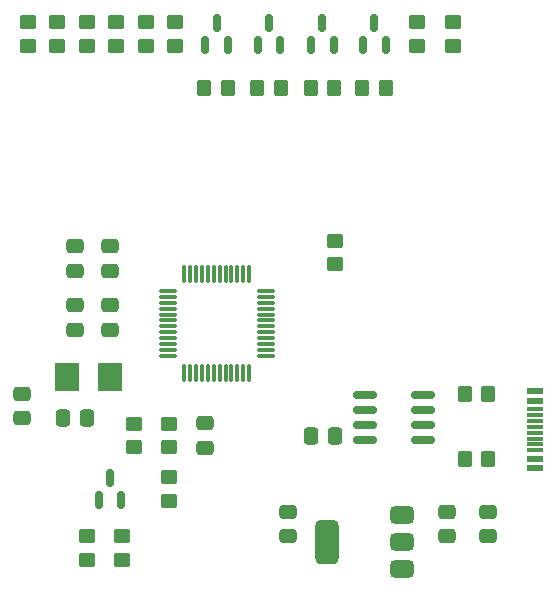
<source format=gbr>
%TF.GenerationSoftware,KiCad,Pcbnew,8.0.3*%
%TF.CreationDate,2024-07-18T13:59:58+08:00*%
%TF.ProjectId,NTC,4e54432e-6b69-4636-9164-5f7063625858,rev?*%
%TF.SameCoordinates,Original*%
%TF.FileFunction,Paste,Top*%
%TF.FilePolarity,Positive*%
%FSLAX46Y46*%
G04 Gerber Fmt 4.6, Leading zero omitted, Abs format (unit mm)*
G04 Created by KiCad (PCBNEW 8.0.3) date 2024-07-18 13:59:58*
%MOMM*%
%LPD*%
G01*
G04 APERTURE LIST*
G04 Aperture macros list*
%AMRoundRect*
0 Rectangle with rounded corners*
0 $1 Rounding radius*
0 $2 $3 $4 $5 $6 $7 $8 $9 X,Y pos of 4 corners*
0 Add a 4 corners polygon primitive as box body*
4,1,4,$2,$3,$4,$5,$6,$7,$8,$9,$2,$3,0*
0 Add four circle primitives for the rounded corners*
1,1,$1+$1,$2,$3*
1,1,$1+$1,$4,$5*
1,1,$1+$1,$6,$7*
1,1,$1+$1,$8,$9*
0 Add four rect primitives between the rounded corners*
20,1,$1+$1,$2,$3,$4,$5,0*
20,1,$1+$1,$4,$5,$6,$7,0*
20,1,$1+$1,$6,$7,$8,$9,0*
20,1,$1+$1,$8,$9,$2,$3,0*%
G04 Aperture macros list end*
%ADD10RoundRect,0.250000X-0.475000X0.337500X-0.475000X-0.337500X0.475000X-0.337500X0.475000X0.337500X0*%
%ADD11RoundRect,0.250000X0.450000X-0.350000X0.450000X0.350000X-0.450000X0.350000X-0.450000X-0.350000X0*%
%ADD12RoundRect,0.250000X0.475000X-0.337500X0.475000X0.337500X-0.475000X0.337500X-0.475000X-0.337500X0*%
%ADD13RoundRect,0.150000X0.150000X-0.587500X0.150000X0.587500X-0.150000X0.587500X-0.150000X-0.587500X0*%
%ADD14RoundRect,0.250000X0.350000X0.450000X-0.350000X0.450000X-0.350000X-0.450000X0.350000X-0.450000X0*%
%ADD15RoundRect,0.150000X0.825000X0.150000X-0.825000X0.150000X-0.825000X-0.150000X0.825000X-0.150000X0*%
%ADD16R,1.450000X0.600000*%
%ADD17R,1.450000X0.300000*%
%ADD18RoundRect,0.375000X0.625000X0.375000X-0.625000X0.375000X-0.625000X-0.375000X0.625000X-0.375000X0*%
%ADD19RoundRect,0.500000X0.500000X1.400000X-0.500000X1.400000X-0.500000X-1.400000X0.500000X-1.400000X0*%
%ADD20RoundRect,0.250000X0.337500X0.475000X-0.337500X0.475000X-0.337500X-0.475000X0.337500X-0.475000X0*%
%ADD21RoundRect,0.075000X-0.662500X-0.075000X0.662500X-0.075000X0.662500X0.075000X-0.662500X0.075000X0*%
%ADD22RoundRect,0.075000X-0.075000X-0.662500X0.075000X-0.662500X0.075000X0.662500X-0.075000X0.662500X0*%
%ADD23R,2.000000X2.400000*%
G04 APERTURE END LIST*
D10*
%TO.C,C6*%
X141000000Y-102962500D03*
X141000000Y-105037500D03*
%TD*%
D11*
%TO.C,R6*%
X145950000Y-119500000D03*
X145950000Y-117500000D03*
%TD*%
D10*
%TO.C,C10*%
X169500000Y-120462500D03*
X169500000Y-122537500D03*
%TD*%
D12*
%TO.C,C4*%
X138000000Y-100037500D03*
X138000000Y-97962500D03*
%TD*%
D13*
%TO.C,Q3*%
X153500000Y-80937500D03*
X155400000Y-80937500D03*
X154450000Y-79062500D03*
%TD*%
%TO.C,Q2*%
X158000000Y-80937500D03*
X159900000Y-80937500D03*
X158950000Y-79062500D03*
%TD*%
D12*
%TO.C,C9*%
X156000000Y-122537500D03*
X156000000Y-120462500D03*
%TD*%
D11*
%TO.C,R15*%
X139000000Y-81000000D03*
X139000000Y-79000000D03*
%TD*%
D14*
%TO.C,R17*%
X164300000Y-84562500D03*
X162300000Y-84562500D03*
%TD*%
D11*
%TO.C,R5*%
X142000000Y-124500000D03*
X142000000Y-122500000D03*
%TD*%
%TO.C,R12*%
X146500000Y-81000000D03*
X146500000Y-79000000D03*
%TD*%
D14*
%TO.C,R20*%
X150950000Y-84562500D03*
X148950000Y-84562500D03*
%TD*%
D10*
%TO.C,C11*%
X173000000Y-120462500D03*
X173000000Y-122537500D03*
%TD*%
D14*
%TO.C,R18*%
X159950000Y-84562500D03*
X157950000Y-84562500D03*
%TD*%
D11*
%TO.C,R9*%
X134000000Y-81000000D03*
X134000000Y-79000000D03*
%TD*%
%TO.C,R1*%
X146000000Y-115000000D03*
X146000000Y-113000000D03*
%TD*%
D14*
%TO.C,R7*%
X173000000Y-116000000D03*
X171000000Y-116000000D03*
%TD*%
D15*
%TO.C,U4*%
X167475000Y-114405000D03*
X167475000Y-113135000D03*
X167475000Y-111865000D03*
X167475000Y-110595000D03*
X162525000Y-110595000D03*
X162525000Y-111865000D03*
X162525000Y-113135000D03*
X162525000Y-114405000D03*
%TD*%
D10*
%TO.C,C7*%
X138000000Y-102962500D03*
X138000000Y-105037500D03*
%TD*%
D13*
%TO.C,Q1*%
X162400000Y-80937500D03*
X164300000Y-80937500D03*
X163350000Y-79062500D03*
%TD*%
D16*
%TO.C,J3*%
X176955000Y-116750000D03*
X176955000Y-115950000D03*
D17*
X176955000Y-114750000D03*
X176955000Y-113750000D03*
X176955000Y-113250000D03*
X176955000Y-112250000D03*
D16*
X176955000Y-111050000D03*
X176955000Y-110250000D03*
X176955000Y-110250000D03*
X176955000Y-111050000D03*
D17*
X176955000Y-111750000D03*
X176955000Y-112750000D03*
X176955000Y-114250000D03*
X176955000Y-115250000D03*
D16*
X176955000Y-115950000D03*
X176955000Y-116750000D03*
%TD*%
D18*
%TO.C,U3*%
X165650000Y-125300000D03*
X165650000Y-123000000D03*
D19*
X159350000Y-123000000D03*
D18*
X165650000Y-120700000D03*
%TD*%
D11*
%TO.C,R14*%
X141500000Y-81000000D03*
X141500000Y-79000000D03*
%TD*%
%TO.C,R13*%
X144000000Y-81000000D03*
X144000000Y-79000000D03*
%TD*%
D14*
%TO.C,R8*%
X173000000Y-110500000D03*
X171000000Y-110500000D03*
%TD*%
D20*
%TO.C,C1*%
X139037500Y-112500000D03*
X136962500Y-112500000D03*
%TD*%
D10*
%TO.C,C3*%
X149000000Y-112962500D03*
X149000000Y-115037500D03*
%TD*%
D11*
%TO.C,R4*%
X139000000Y-124500000D03*
X139000000Y-122500000D03*
%TD*%
%TO.C,R16*%
X136500000Y-81000000D03*
X136500000Y-79000000D03*
%TD*%
%TO.C,R10*%
X170000000Y-81000000D03*
X170000000Y-79000000D03*
%TD*%
%TO.C,R3*%
X160000000Y-99500000D03*
X160000000Y-97500000D03*
%TD*%
D21*
%TO.C,U1*%
X145837500Y-101750000D03*
X145837500Y-102250000D03*
X145837500Y-102750000D03*
X145837500Y-103250000D03*
X145837500Y-103750000D03*
X145837500Y-104250000D03*
X145837500Y-104750000D03*
X145837500Y-105250000D03*
X145837500Y-105750000D03*
X145837500Y-106250000D03*
X145837500Y-106750000D03*
X145837500Y-107250000D03*
D22*
X147250000Y-108662500D03*
X147750000Y-108662500D03*
X148250000Y-108662500D03*
X148750000Y-108662500D03*
X149250000Y-108662500D03*
X149750000Y-108662500D03*
X150250000Y-108662500D03*
X150750000Y-108662500D03*
X151250000Y-108662500D03*
X151750000Y-108662500D03*
X152250000Y-108662500D03*
X152750000Y-108662500D03*
D21*
X154162500Y-107250000D03*
X154162500Y-106750000D03*
X154162500Y-106250000D03*
X154162500Y-105750000D03*
X154162500Y-105250000D03*
X154162500Y-104750000D03*
X154162500Y-104250000D03*
X154162500Y-103750000D03*
X154162500Y-103250000D03*
X154162500Y-102750000D03*
X154162500Y-102250000D03*
X154162500Y-101750000D03*
D22*
X152750000Y-100337500D03*
X152250000Y-100337500D03*
X151750000Y-100337500D03*
X151250000Y-100337500D03*
X150750000Y-100337500D03*
X150250000Y-100337500D03*
X149750000Y-100337500D03*
X149250000Y-100337500D03*
X148750000Y-100337500D03*
X148250000Y-100337500D03*
X147750000Y-100337500D03*
X147250000Y-100337500D03*
%TD*%
D11*
%TO.C,R2*%
X143000000Y-115000000D03*
X143000000Y-113000000D03*
%TD*%
%TO.C,R11*%
X167000000Y-81000000D03*
X167000000Y-79000000D03*
%TD*%
D20*
%TO.C,C8*%
X160037500Y-114000000D03*
X157962500Y-114000000D03*
%TD*%
D14*
%TO.C,R19*%
X155450000Y-84562500D03*
X153450000Y-84562500D03*
%TD*%
D13*
%TO.C,U5*%
X140000000Y-119437500D03*
X141900000Y-119437500D03*
X140950000Y-117562500D03*
%TD*%
%TO.C,Q4*%
X149050000Y-80937500D03*
X150950000Y-80937500D03*
X150000000Y-79062500D03*
%TD*%
D10*
%TO.C,C2*%
X133500000Y-110462500D03*
X133500000Y-112537500D03*
%TD*%
D12*
%TO.C,C5*%
X141000000Y-100037500D03*
X141000000Y-97962500D03*
%TD*%
D23*
%TO.C,Y1*%
X137300000Y-109000000D03*
X141000000Y-109000000D03*
%TD*%
M02*

</source>
